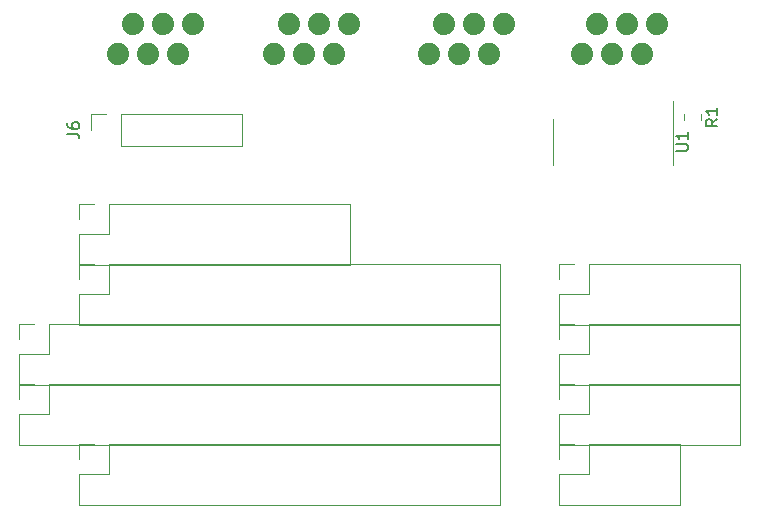
<source format=gto>
G04 #@! TF.GenerationSoftware,KiCad,Pcbnew,7.0.10-7.0.10~ubuntu22.04.1*
G04 #@! TF.CreationDate,2024-01-29T17:30:20+05:30*
G04 #@! TF.ProjectId,bir-weather-hat,6269722d-7765-4617-9468-65722d686174,rev?*
G04 #@! TF.SameCoordinates,Original*
G04 #@! TF.FileFunction,Legend,Top*
G04 #@! TF.FilePolarity,Positive*
%FSLAX46Y46*%
G04 Gerber Fmt 4.6, Leading zero omitted, Abs format (unit mm)*
G04 Created by KiCad (PCBNEW 7.0.10-7.0.10~ubuntu22.04.1) date 2024-01-29 17:30:20*
%MOMM*%
%LPD*%
G01*
G04 APERTURE LIST*
%ADD10C,0.150000*%
%ADD11C,0.120000*%
%ADD12C,1.879600*%
G04 APERTURE END LIST*
D10*
X105314819Y-64833333D02*
X106029104Y-64833333D01*
X106029104Y-64833333D02*
X106171961Y-64880952D01*
X106171961Y-64880952D02*
X106267200Y-64976190D01*
X106267200Y-64976190D02*
X106314819Y-65119047D01*
X106314819Y-65119047D02*
X106314819Y-65214285D01*
X105314819Y-63928571D02*
X105314819Y-64119047D01*
X105314819Y-64119047D02*
X105362438Y-64214285D01*
X105362438Y-64214285D02*
X105410057Y-64261904D01*
X105410057Y-64261904D02*
X105552914Y-64357142D01*
X105552914Y-64357142D02*
X105743390Y-64404761D01*
X105743390Y-64404761D02*
X106124342Y-64404761D01*
X106124342Y-64404761D02*
X106219580Y-64357142D01*
X106219580Y-64357142D02*
X106267200Y-64309523D01*
X106267200Y-64309523D02*
X106314819Y-64214285D01*
X106314819Y-64214285D02*
X106314819Y-64023809D01*
X106314819Y-64023809D02*
X106267200Y-63928571D01*
X106267200Y-63928571D02*
X106219580Y-63880952D01*
X106219580Y-63880952D02*
X106124342Y-63833333D01*
X106124342Y-63833333D02*
X105886247Y-63833333D01*
X105886247Y-63833333D02*
X105791009Y-63880952D01*
X105791009Y-63880952D02*
X105743390Y-63928571D01*
X105743390Y-63928571D02*
X105695771Y-64023809D01*
X105695771Y-64023809D02*
X105695771Y-64214285D01*
X105695771Y-64214285D02*
X105743390Y-64309523D01*
X105743390Y-64309523D02*
X105791009Y-64357142D01*
X105791009Y-64357142D02*
X105886247Y-64404761D01*
X156854819Y-66261904D02*
X157664342Y-66261904D01*
X157664342Y-66261904D02*
X157759580Y-66214285D01*
X157759580Y-66214285D02*
X157807200Y-66166666D01*
X157807200Y-66166666D02*
X157854819Y-66071428D01*
X157854819Y-66071428D02*
X157854819Y-65880952D01*
X157854819Y-65880952D02*
X157807200Y-65785714D01*
X157807200Y-65785714D02*
X157759580Y-65738095D01*
X157759580Y-65738095D02*
X157664342Y-65690476D01*
X157664342Y-65690476D02*
X156854819Y-65690476D01*
X157854819Y-64690476D02*
X157854819Y-65261904D01*
X157854819Y-64976190D02*
X156854819Y-64976190D01*
X156854819Y-64976190D02*
X156997676Y-65071428D01*
X156997676Y-65071428D02*
X157092914Y-65166666D01*
X157092914Y-65166666D02*
X157140533Y-65261904D01*
X160354819Y-63579166D02*
X159878628Y-63912499D01*
X160354819Y-64150594D02*
X159354819Y-64150594D01*
X159354819Y-64150594D02*
X159354819Y-63769642D01*
X159354819Y-63769642D02*
X159402438Y-63674404D01*
X159402438Y-63674404D02*
X159450057Y-63626785D01*
X159450057Y-63626785D02*
X159545295Y-63579166D01*
X159545295Y-63579166D02*
X159688152Y-63579166D01*
X159688152Y-63579166D02*
X159783390Y-63626785D01*
X159783390Y-63626785D02*
X159831009Y-63674404D01*
X159831009Y-63674404D02*
X159878628Y-63769642D01*
X159878628Y-63769642D02*
X159878628Y-64150594D01*
X160354819Y-62626785D02*
X160354819Y-63198213D01*
X160354819Y-62912499D02*
X159354819Y-62912499D01*
X159354819Y-62912499D02*
X159497676Y-63007737D01*
X159497676Y-63007737D02*
X159592914Y-63102975D01*
X159592914Y-63102975D02*
X159640533Y-63198213D01*
D11*
X106290000Y-81010000D02*
X141970000Y-81010000D01*
X106290000Y-78410000D02*
X108890000Y-78410000D01*
X108890000Y-75810000D02*
X141970000Y-75810000D01*
X106290000Y-81010000D02*
X106290000Y-78410000D01*
X106290000Y-75810000D02*
X107620000Y-75810000D01*
X106290000Y-77140000D02*
X106290000Y-75810000D01*
X141970000Y-81010000D02*
X141970000Y-75810000D01*
X108890000Y-78410000D02*
X108890000Y-75810000D01*
X146930000Y-92380000D02*
X146930000Y-91050000D01*
X146930000Y-93650000D02*
X149530000Y-93650000D01*
X157210000Y-96250000D02*
X157210000Y-91050000D01*
X146930000Y-91050000D02*
X148260000Y-91050000D01*
X149530000Y-93650000D02*
X149530000Y-91050000D01*
X146930000Y-96250000D02*
X146930000Y-93650000D01*
X146930000Y-96250000D02*
X157210000Y-96250000D01*
X149530000Y-91050000D02*
X157210000Y-91050000D01*
X146930000Y-81010000D02*
X162290000Y-81010000D01*
X146930000Y-81010000D02*
X146930000Y-78410000D01*
X162290000Y-81010000D02*
X162290000Y-75810000D01*
X146930000Y-78410000D02*
X149530000Y-78410000D01*
X149530000Y-78410000D02*
X149530000Y-75810000D01*
X146930000Y-77140000D02*
X146930000Y-75810000D01*
X146930000Y-75810000D02*
X148260000Y-75810000D01*
X149530000Y-75810000D02*
X162290000Y-75810000D01*
X146930000Y-86090000D02*
X162290000Y-86090000D01*
X146930000Y-86090000D02*
X146930000Y-83490000D01*
X162290000Y-86090000D02*
X162290000Y-80890000D01*
X146930000Y-83490000D02*
X149530000Y-83490000D01*
X149530000Y-83490000D02*
X149530000Y-80890000D01*
X146930000Y-82220000D02*
X146930000Y-80890000D01*
X146930000Y-80890000D02*
X148260000Y-80890000D01*
X149530000Y-80890000D02*
X162290000Y-80890000D01*
X146930000Y-91170000D02*
X162290000Y-91170000D01*
X146930000Y-88570000D02*
X149530000Y-88570000D01*
X146930000Y-85970000D02*
X148260000Y-85970000D01*
X149530000Y-88570000D02*
X149530000Y-85970000D01*
X146930000Y-87300000D02*
X146930000Y-85970000D01*
X146930000Y-91170000D02*
X146930000Y-88570000D01*
X149530000Y-85970000D02*
X162290000Y-85970000D01*
X162290000Y-91170000D02*
X162290000Y-85970000D01*
X106290000Y-70730000D02*
X107620000Y-70730000D01*
X106290000Y-75930000D02*
X129270000Y-75930000D01*
X129270000Y-75930000D02*
X129270000Y-70730000D01*
X106290000Y-73330000D02*
X108890000Y-73330000D01*
X106290000Y-72060000D02*
X106290000Y-70730000D01*
X106290000Y-75930000D02*
X106290000Y-73330000D01*
X108890000Y-73330000D02*
X108890000Y-70730000D01*
X108890000Y-70730000D02*
X129270000Y-70730000D01*
X106290000Y-96250000D02*
X141970000Y-96250000D01*
X106290000Y-96250000D02*
X106290000Y-93650000D01*
X141970000Y-96250000D02*
X141970000Y-91050000D01*
X106290000Y-93650000D02*
X108890000Y-93650000D01*
X108890000Y-93650000D02*
X108890000Y-91050000D01*
X106290000Y-92380000D02*
X106290000Y-91050000D01*
X106290000Y-91050000D02*
X107620000Y-91050000D01*
X108890000Y-91050000D02*
X141970000Y-91050000D01*
X101210000Y-91170000D02*
X141970000Y-91170000D01*
X101210000Y-91170000D02*
X101210000Y-88570000D01*
X141970000Y-91170000D02*
X141970000Y-85970000D01*
X101210000Y-88570000D02*
X103810000Y-88570000D01*
X103810000Y-88570000D02*
X103810000Y-85970000D01*
X101210000Y-87300000D02*
X101210000Y-85970000D01*
X101210000Y-85970000D02*
X102540000Y-85970000D01*
X103810000Y-85970000D02*
X141970000Y-85970000D01*
X103810000Y-80890000D02*
X141970000Y-80890000D01*
X101210000Y-83490000D02*
X103810000Y-83490000D01*
X103810000Y-83490000D02*
X103810000Y-80890000D01*
X101210000Y-82220000D02*
X101210000Y-80890000D01*
X101210000Y-86090000D02*
X141970000Y-86090000D01*
X101210000Y-86090000D02*
X101210000Y-83490000D01*
X141970000Y-86090000D02*
X141970000Y-80890000D01*
X101210000Y-80890000D02*
X102540000Y-80890000D01*
X107300000Y-63170000D02*
X108630000Y-63170000D01*
X109900000Y-63170000D02*
X120120000Y-63170000D01*
X109900000Y-65830000D02*
X120120000Y-65830000D01*
X109900000Y-65830000D02*
X109900000Y-63170000D01*
X120120000Y-65830000D02*
X120120000Y-63170000D01*
X107300000Y-64500000D02*
X107300000Y-63170000D01*
X156560000Y-65500000D02*
X156560000Y-62050000D01*
X146440000Y-65500000D02*
X146440000Y-67450000D01*
X156560000Y-65500000D02*
X156560000Y-67450000D01*
X146440000Y-65500000D02*
X146440000Y-63550000D01*
X158985000Y-63185436D02*
X158985000Y-63639564D01*
X157515000Y-63185436D02*
X157515000Y-63639564D01*
D12*
X142250000Y-55500000D03*
X140980000Y-58040000D03*
X139710000Y-55500000D03*
X138440000Y-58040000D03*
X137170000Y-55500000D03*
X135900000Y-58040000D03*
X155250000Y-55510000D03*
X153980000Y-58050000D03*
X152710000Y-55510000D03*
X151440000Y-58050000D03*
X150170000Y-55510000D03*
X148900000Y-58050000D03*
X129130000Y-55510000D03*
X127860000Y-58050000D03*
X126590000Y-55510000D03*
X125320000Y-58050000D03*
X124050000Y-55510000D03*
X122780000Y-58050000D03*
X109650000Y-58040000D03*
X110920000Y-55500000D03*
X112190000Y-58040000D03*
X113460000Y-55500000D03*
X114730000Y-58040000D03*
X116000000Y-55500000D03*
M02*

</source>
